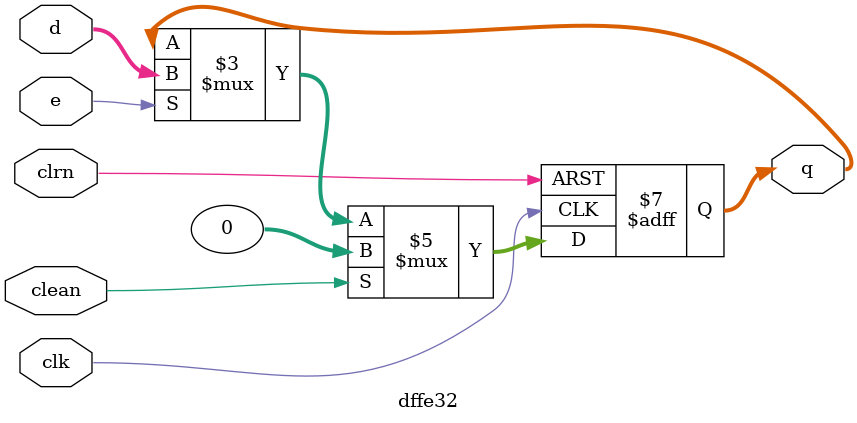
<source format=v>
`timescale 1ns / 1ps


module dffe32(d,clk,clrn,e,q,clean);
//32 reg
    input [31:0] d;
    input clk,clrn,e,clean;
    output [31:0] q;
    reg [31:0] q;
    always @(negedge clrn or posedge clk)
        if (clrn == 0 )begin
            q <= 0;
        end else begin
            if (e) q <= d;
            if (clean) q <= 0;
        end
endmodule

</source>
